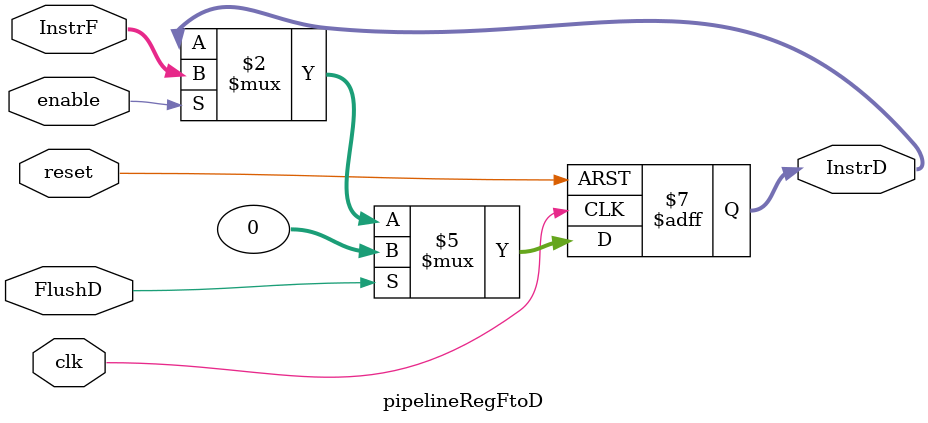
<source format=sv>
module pipelineRegFtoD #(parameter WIDTH = 32)(input logic clk, reset, enable, FlushD,
															  input logic  [WIDTH-1:0] InstrF,
															  output logic [WIDTH-1:0] InstrD);
	// Este es el registro que divide la parte de Fetch y Decode
	always_ff @( posedge clk, posedge reset )
		begin
			//como siempre, al ser un flipflop, si hay un reset se resetea en 0
			if (reset)
				InstrD <= 0;
			else
				//si el reset no esta activado seguimos normalmente
				begin
					//Si el hazardUnit nos esta diciendo que hagamos un flush
					if (FlushD)
						//devolvemos una cadena de 32 0s
						InstrD <= 0;
					//si en cambio, el StallD esta en 0, entonces al estar negada la entrada nos da un 1, por lo que damos como resultado 
					//la instruccion de entrada 
					else if (enable)
						InstrD <= InstrF;
			end
		end
endmodule 
</source>
